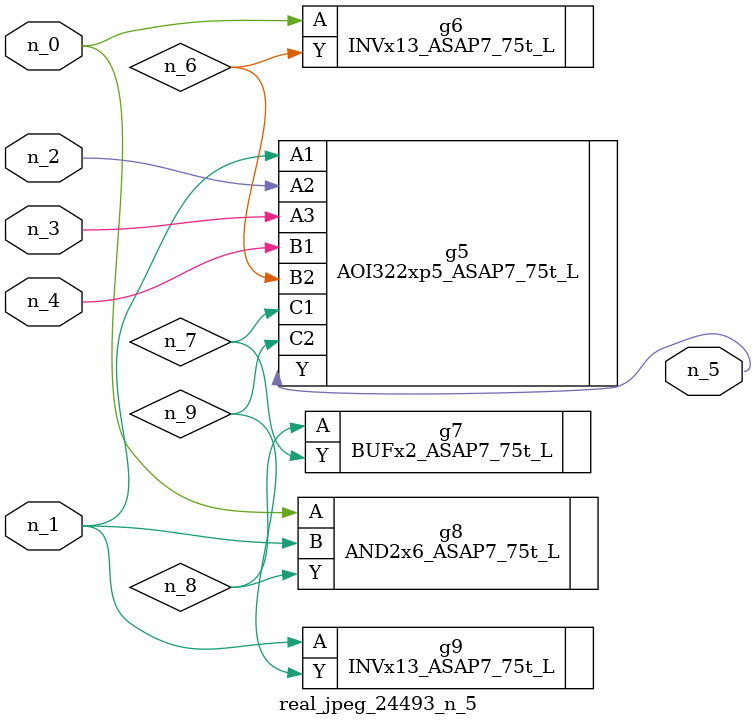
<source format=v>
module real_jpeg_24493_n_5 (n_4, n_0, n_1, n_2, n_3, n_5);

input n_4;
input n_0;
input n_1;
input n_2;
input n_3;

output n_5;

wire n_8;
wire n_6;
wire n_7;
wire n_9;

INVx13_ASAP7_75t_L g6 ( 
.A(n_0),
.Y(n_6)
);

AND2x6_ASAP7_75t_L g8 ( 
.A(n_0),
.B(n_1),
.Y(n_8)
);

AOI322xp5_ASAP7_75t_L g5 ( 
.A1(n_1),
.A2(n_2),
.A3(n_3),
.B1(n_4),
.B2(n_6),
.C1(n_7),
.C2(n_9),
.Y(n_5)
);

INVx13_ASAP7_75t_L g9 ( 
.A(n_1),
.Y(n_9)
);

BUFx2_ASAP7_75t_L g7 ( 
.A(n_8),
.Y(n_7)
);


endmodule
</source>
